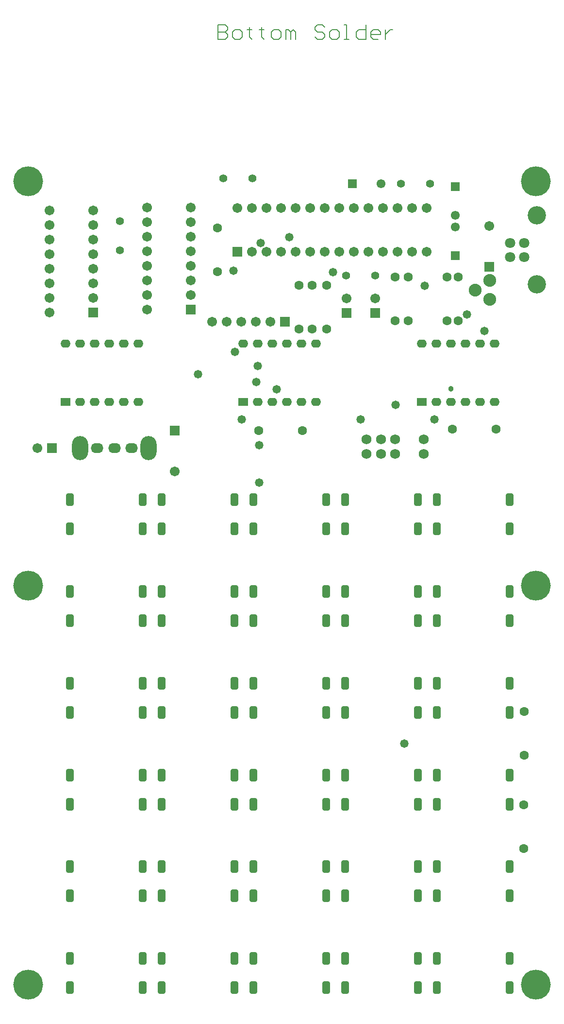
<source format=gbs>
%FSLAX25Y25*%
%MOIN*%
G70*
G01*
G75*
G04 Layer_Color=16711935*
%ADD10C,0.01000*%
%ADD11C,0.02000*%
%ADD12C,0.04000*%
%ADD13C,0.02500*%
%ADD14C,0.00600*%
%ADD15C,0.11811*%
%ADD16C,0.06299*%
%ADD17C,0.05512*%
%ADD18C,0.06000*%
%ADD19O,0.10236X0.15748*%
%ADD20O,0.07874X0.06000*%
%ADD21C,0.19685*%
G04:AMPARAMS|DCode=22|XSize=47.24mil|YSize=80mil|CornerRadius=11.81mil|HoleSize=0mil|Usage=FLASHONLY|Rotation=0.000|XOffset=0mil|YOffset=0mil|HoleType=Round|Shape=RoundedRectangle|*
%AMROUNDEDRECTD22*
21,1,0.04724,0.05638,0,0,0.0*
21,1,0.02362,0.08000,0,0,0.0*
1,1,0.02362,0.01181,-0.02819*
1,1,0.02362,-0.01181,-0.02819*
1,1,0.02362,-0.01181,0.02819*
1,1,0.02362,0.01181,0.02819*
%
%ADD22ROUNDEDRECTD22*%
%ADD23C,0.04724*%
%ADD24O,0.06000X0.04724*%
%ADD25R,0.06000X0.04724*%
%ADD26C,0.05906*%
%ADD27R,0.05906X0.05906*%
%ADD28R,0.05315X0.05315*%
%ADD29C,0.05315*%
%ADD30R,0.05906X0.05906*%
%ADD31C,0.08000*%
%ADD32R,0.05315X0.05315*%
%ADD33R,0.05906X0.05906*%
%ADD34C,0.05906*%
%ADD35C,0.05000*%
%ADD36C,0.03000*%
%ADD37C,0.00800*%
%ADD38C,0.03937*%
%ADD39C,0.03386*%
%ADD40C,0.02362*%
%ADD41C,0.00984*%
%ADD42C,0.00787*%
%ADD43C,0.00500*%
%ADD44C,0.00100*%
%ADD45C,0.03000*%
%ADD46C,0.00799*%
%ADD47R,0.07480X0.03150*%
%ADD48C,0.12611*%
%ADD49C,0.07099*%
%ADD50C,0.06312*%
%ADD51C,0.06800*%
%ADD52O,0.11036X0.16548*%
%ADD53O,0.08674X0.06800*%
%ADD54C,0.20485*%
G04:AMPARAMS|DCode=55|XSize=55.24mil|YSize=88mil|CornerRadius=15.81mil|HoleSize=0mil|Usage=FLASHONLY|Rotation=0.000|XOffset=0mil|YOffset=0mil|HoleType=Round|Shape=RoundedRectangle|*
%AMROUNDEDRECTD55*
21,1,0.05524,0.05638,0,0,0.0*
21,1,0.02362,0.08800,0,0,0.0*
1,1,0.03162,0.01181,-0.02819*
1,1,0.03162,-0.01181,-0.02819*
1,1,0.03162,-0.01181,0.02819*
1,1,0.03162,0.01181,0.02819*
%
%ADD55ROUNDEDRECTD55*%
%ADD56C,0.05524*%
%ADD57O,0.06800X0.05524*%
%ADD58R,0.06800X0.05524*%
%ADD59C,0.06706*%
%ADD60R,0.06706X0.06706*%
%ADD61R,0.06115X0.06115*%
%ADD62C,0.06115*%
%ADD63R,0.06706X0.06706*%
%ADD64C,0.08800*%
%ADD65R,0.06115X0.06115*%
%ADD66R,0.06706X0.06706*%
%ADD67C,0.06706*%
%ADD68C,0.05800*%
%ADD69C,0.03800*%
D14*
X140165Y684029D02*
Y674032D01*
X145164D01*
X146830Y675698D01*
Y677364D01*
X145164Y679031D01*
X140165D01*
X145164D01*
X146830Y680697D01*
Y682363D01*
X145164Y684029D01*
X140165D01*
X151828Y674032D02*
X155160D01*
X156827Y675698D01*
Y679031D01*
X155160Y680697D01*
X151828D01*
X150162Y679031D01*
Y675698D01*
X151828Y674032D01*
X161825Y682363D02*
Y680697D01*
X160159D01*
X163491D01*
X161825D01*
Y675698D01*
X163491Y674032D01*
X170156Y682363D02*
Y680697D01*
X168490D01*
X171822D01*
X170156D01*
Y675698D01*
X171822Y674032D01*
X178486D02*
X181819D01*
X183485Y675698D01*
Y679031D01*
X181819Y680697D01*
X178486D01*
X176820Y679031D01*
Y675698D01*
X178486Y674032D01*
X186817D02*
Y680697D01*
X188483D01*
X190149Y679031D01*
Y674032D01*
Y679031D01*
X191815Y680697D01*
X193481Y679031D01*
Y674032D01*
X213475Y682363D02*
X211809Y684029D01*
X208477D01*
X206810Y682363D01*
Y680697D01*
X208477Y679031D01*
X211809D01*
X213475Y677364D01*
Y675698D01*
X211809Y674032D01*
X208477D01*
X206810Y675698D01*
X218473Y674032D02*
X221806D01*
X223472Y675698D01*
Y679031D01*
X221806Y680697D01*
X218473D01*
X216807Y679031D01*
Y675698D01*
X218473Y674032D01*
X226804D02*
X230136D01*
X228470D01*
Y684029D01*
X226804D01*
X241799D02*
Y674032D01*
X236801D01*
X235135Y675698D01*
Y679031D01*
X236801Y680697D01*
X241799D01*
X250130Y674032D02*
X246798D01*
X245131Y675698D01*
Y679031D01*
X246798Y680697D01*
X250130D01*
X251796Y679031D01*
Y677364D01*
X245131D01*
X255128Y680697D02*
Y674032D01*
Y677364D01*
X256794Y679031D01*
X258460Y680697D01*
X260127D01*
D48*
X359055Y553228D02*
D03*
Y505827D02*
D03*
D49*
X350394Y534449D02*
D03*
Y524606D02*
D03*
X340551D02*
D03*
Y534449D02*
D03*
D50*
X301000Y406496D02*
D03*
X331000D02*
D03*
X350394Y212835D02*
D03*
Y182835D02*
D03*
X350000Y148858D02*
D03*
Y118858D02*
D03*
X204725Y475157D02*
D03*
Y505157D02*
D03*
X168071Y405512D02*
D03*
X198071D02*
D03*
X214567Y475157D02*
D03*
Y505157D02*
D03*
X305118Y481063D02*
D03*
Y511063D02*
D03*
X297244Y481063D02*
D03*
Y511063D02*
D03*
X261811Y481063D02*
D03*
Y511063D02*
D03*
X270622Y481063D02*
D03*
Y511063D02*
D03*
X139764Y544528D02*
D03*
Y514528D02*
D03*
X195866Y505158D02*
D03*
Y475157D02*
D03*
D51*
X281496Y399606D02*
D03*
X261811D02*
D03*
X242126D02*
D03*
X251969D02*
D03*
X281496Y389764D02*
D03*
X261811D02*
D03*
X251969D02*
D03*
X242126D02*
D03*
D52*
X45276Y393701D02*
D03*
X92520D02*
D03*
D53*
X57087D02*
D03*
X68898D02*
D03*
X80709D02*
D03*
D54*
X358268Y299213D02*
D03*
X9843D02*
D03*
Y25591D02*
D03*
X358268D02*
D03*
X9843Y576772D02*
D03*
X358268D02*
D03*
D55*
X290461Y275433D02*
D03*
X340461Y295433D02*
D03*
Y275433D02*
D03*
X290461Y295433D02*
D03*
X227469D02*
D03*
X277469Y275433D02*
D03*
Y295433D02*
D03*
X227469Y275433D02*
D03*
X164476D02*
D03*
X214476Y295433D02*
D03*
Y275433D02*
D03*
X164476Y295433D02*
D03*
X101484D02*
D03*
X151484Y275433D02*
D03*
Y295433D02*
D03*
X101484Y275433D02*
D03*
X38492D02*
D03*
X88492Y295433D02*
D03*
Y275433D02*
D03*
X38492Y295433D02*
D03*
X290461Y232441D02*
D03*
X340461Y212441D02*
D03*
Y232441D02*
D03*
X290461Y212441D02*
D03*
X227469D02*
D03*
X277469Y232441D02*
D03*
Y212441D02*
D03*
X227469Y232441D02*
D03*
X164476D02*
D03*
X214476Y212441D02*
D03*
Y232441D02*
D03*
X164476Y212441D02*
D03*
X101484D02*
D03*
X151484Y232441D02*
D03*
Y212441D02*
D03*
X101484Y232441D02*
D03*
X38492D02*
D03*
X88492Y212441D02*
D03*
Y232441D02*
D03*
X38492Y212441D02*
D03*
X290461Y149449D02*
D03*
X340461Y169449D02*
D03*
Y149449D02*
D03*
X290461Y169449D02*
D03*
X227469D02*
D03*
X277469Y149449D02*
D03*
Y169449D02*
D03*
X227469Y149449D02*
D03*
X164476D02*
D03*
X214476Y169449D02*
D03*
Y149449D02*
D03*
X164476Y169449D02*
D03*
X101484D02*
D03*
X151484Y149449D02*
D03*
Y169449D02*
D03*
X101484Y149449D02*
D03*
X38492D02*
D03*
X88492Y169449D02*
D03*
Y149449D02*
D03*
X38492Y169449D02*
D03*
X290461Y106457D02*
D03*
X340461Y86457D02*
D03*
Y106457D02*
D03*
X290461Y86457D02*
D03*
X227469D02*
D03*
X277469Y106457D02*
D03*
Y86457D02*
D03*
X227469Y106457D02*
D03*
X164476D02*
D03*
X214476Y86457D02*
D03*
Y106457D02*
D03*
X164476Y86457D02*
D03*
X101484D02*
D03*
X151484Y106457D02*
D03*
Y86457D02*
D03*
X101484Y106457D02*
D03*
X38492D02*
D03*
X88492Y86457D02*
D03*
Y106457D02*
D03*
X38492Y86457D02*
D03*
X290461Y23465D02*
D03*
X340461Y43465D02*
D03*
Y23465D02*
D03*
X290461Y43465D02*
D03*
X227469D02*
D03*
X277469Y23465D02*
D03*
Y43465D02*
D03*
X227469Y23465D02*
D03*
X164476D02*
D03*
X214476Y43465D02*
D03*
Y23465D02*
D03*
X164476Y43465D02*
D03*
X101484D02*
D03*
X151484Y23465D02*
D03*
Y43465D02*
D03*
X101484Y23465D02*
D03*
X38492D02*
D03*
X88492Y43465D02*
D03*
Y23465D02*
D03*
X38492Y43465D02*
D03*
Y358425D02*
D03*
X88492Y338425D02*
D03*
Y358425D02*
D03*
X38492Y338425D02*
D03*
X101484D02*
D03*
X151484Y358425D02*
D03*
Y338425D02*
D03*
X101484Y358425D02*
D03*
X164476D02*
D03*
X214476Y338425D02*
D03*
Y358425D02*
D03*
X164476Y338425D02*
D03*
X227469D02*
D03*
X277469Y358425D02*
D03*
Y338425D02*
D03*
X227469Y358425D02*
D03*
X290461D02*
D03*
X340461Y338425D02*
D03*
Y358425D02*
D03*
X290461Y338425D02*
D03*
D56*
X72835Y549370D02*
D03*
Y529370D02*
D03*
X228189Y511811D02*
D03*
X248189D02*
D03*
X285591Y574803D02*
D03*
X265591D02*
D03*
X143543Y578740D02*
D03*
X163543D02*
D03*
D57*
X330031Y465197D02*
D03*
X320031D02*
D03*
X310031D02*
D03*
X300031D02*
D03*
X290031D02*
D03*
X280031D02*
D03*
X330031Y425197D02*
D03*
X320031D02*
D03*
X310031D02*
D03*
X300031D02*
D03*
X290031D02*
D03*
X207480Y465197D02*
D03*
X197480D02*
D03*
X187480D02*
D03*
X177480D02*
D03*
X167480D02*
D03*
X157480D02*
D03*
X207480Y425197D02*
D03*
X197480D02*
D03*
X187480D02*
D03*
X177480D02*
D03*
X167480D02*
D03*
X85433Y465197D02*
D03*
X75433D02*
D03*
X65433D02*
D03*
X55433D02*
D03*
X45433D02*
D03*
X35433D02*
D03*
X85433Y425197D02*
D03*
X75433D02*
D03*
X65433D02*
D03*
X55433D02*
D03*
X45433D02*
D03*
D58*
X280031D02*
D03*
X157480D02*
D03*
X35433D02*
D03*
D59*
X283504Y558307D02*
D03*
X273504D02*
D03*
X263504D02*
D03*
X253504D02*
D03*
X243504D02*
D03*
X233504D02*
D03*
X223504D02*
D03*
X213504D02*
D03*
X203504D02*
D03*
X193504D02*
D03*
X183504D02*
D03*
X173504D02*
D03*
X163504D02*
D03*
X153504D02*
D03*
X283504Y528307D02*
D03*
X273504D02*
D03*
X263504D02*
D03*
X253504D02*
D03*
X243504D02*
D03*
X233504D02*
D03*
X223504D02*
D03*
X213504D02*
D03*
X203504D02*
D03*
X193504D02*
D03*
X183504D02*
D03*
X173504D02*
D03*
X163504D02*
D03*
X16000Y393701D02*
D03*
X110236Y377756D02*
D03*
X176024Y480315D02*
D03*
X166024D02*
D03*
X156024D02*
D03*
X146024D02*
D03*
X136024D02*
D03*
X248032Y496220D02*
D03*
X228346D02*
D03*
X326378Y545866D02*
D03*
D60*
X153504Y528307D02*
D03*
X110236Y405709D02*
D03*
X248032Y486220D02*
D03*
X228346D02*
D03*
X326378Y517913D02*
D03*
D61*
X232284Y574803D02*
D03*
D62*
X251969D02*
D03*
X303150Y545276D02*
D03*
Y553150D02*
D03*
D63*
X26000Y393701D02*
D03*
X186024Y480315D02*
D03*
D64*
X326772Y508468D02*
D03*
X316772Y501968D02*
D03*
X326772Y495468D02*
D03*
D65*
X303150Y525591D02*
D03*
Y572835D02*
D03*
D66*
X54370Y486654D02*
D03*
X121299Y488622D02*
D03*
D67*
X54370Y496654D02*
D03*
Y506654D02*
D03*
Y516654D02*
D03*
Y526654D02*
D03*
Y536654D02*
D03*
Y546654D02*
D03*
Y556654D02*
D03*
X24370Y486654D02*
D03*
Y496654D02*
D03*
Y506654D02*
D03*
Y516654D02*
D03*
Y526654D02*
D03*
Y536654D02*
D03*
Y546654D02*
D03*
Y556654D02*
D03*
X121299Y498622D02*
D03*
Y508622D02*
D03*
Y518622D02*
D03*
Y528622D02*
D03*
Y538622D02*
D03*
Y548622D02*
D03*
Y558622D02*
D03*
X91299Y488622D02*
D03*
Y498622D02*
D03*
Y508622D02*
D03*
Y518622D02*
D03*
Y528622D02*
D03*
Y538622D02*
D03*
Y548622D02*
D03*
Y558622D02*
D03*
D68*
X168307Y395669D02*
D03*
X126233Y444249D02*
D03*
X188976Y538386D02*
D03*
X169291Y534449D02*
D03*
X151575Y459646D02*
D03*
X150808Y515198D02*
D03*
X167323Y449803D02*
D03*
X268000Y190945D02*
D03*
X288622Y413386D02*
D03*
X323200Y473800D02*
D03*
X180400Y434000D02*
D03*
X166500Y438900D02*
D03*
X168500Y369800D02*
D03*
X262100Y423300D02*
D03*
X310900Y485400D02*
D03*
X219100Y514400D02*
D03*
X156500Y413200D02*
D03*
X282000Y504800D02*
D03*
X238189Y413386D02*
D03*
D69*
X300031Y434400D02*
D03*
M02*

</source>
